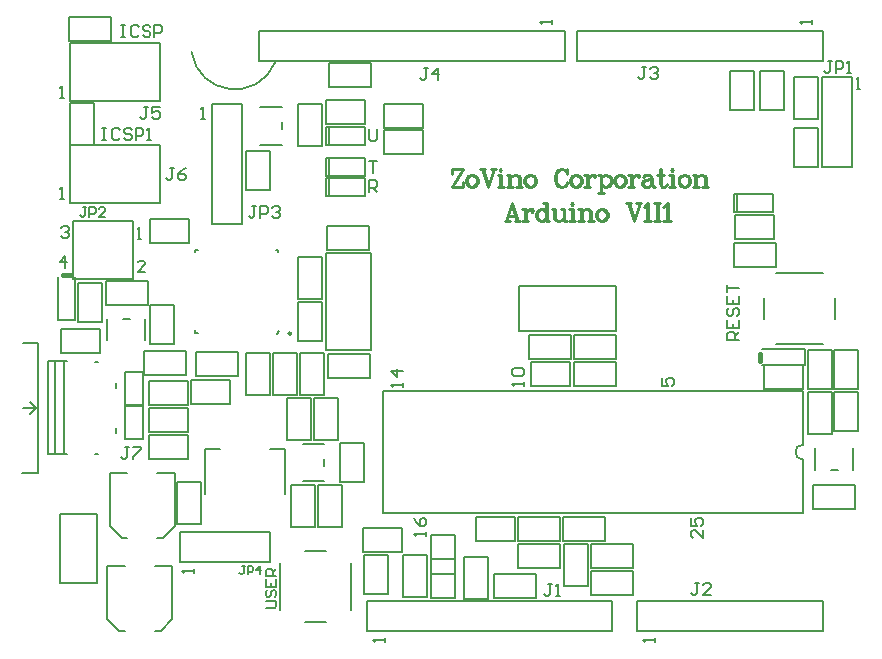
<source format=gto>
G04 Layer_Color=65535*
%FSLAX44Y44*%
%MOMM*%
G71*
G01*
G75*
%ADD33C,0.2000*%
%ADD35C,0.4000*%
%ADD51C,0.2540*%
%ADD52C,0.2500*%
D33*
X633350Y170180D02*
G03*
X633350Y157480I0J-6350D01*
G01*
X115821Y502435D02*
G03*
X186460Y493547I36579J5565D01*
G01*
X2750Y276000D02*
Y312000D01*
Y276000D02*
X16750D01*
Y312000D01*
X599000Y251250D02*
X635000D01*
Y237250D02*
Y251250D01*
X599000Y237250D02*
X635000D01*
X228160Y212220D02*
Y247780D01*
X207840Y212220D02*
X228160D01*
X207840D02*
Y247780D01*
X228160D01*
X184840Y212220D02*
X205160D01*
Y247780D01*
X184840D02*
X205160D01*
X184840Y212220D02*
Y247780D01*
X226160Y293220D02*
Y328780D01*
X205840Y293220D02*
X226160D01*
X205840D02*
Y328780D01*
X226160D01*
X161840Y212220D02*
X182160D01*
Y247780D01*
X161840D02*
X182160D01*
X161840Y212220D02*
Y247780D01*
X119720Y228090D02*
X155280D01*
X119720D02*
Y248410D01*
X155280D01*
Y228090D02*
Y248410D01*
X12840Y459780D02*
X33160D01*
X12840Y424220D02*
Y459780D01*
Y424220D02*
X33160D01*
Y459780D01*
X230220Y334840D02*
X265780D01*
X230220D02*
Y355160D01*
X265780D01*
Y334840D02*
Y355160D01*
X266780Y226840D02*
Y247160D01*
X231220D02*
X266780D01*
X231220Y226840D02*
Y247160D01*
Y226840D02*
X266780D01*
X625590Y445970D02*
Y481530D01*
X645910D01*
Y445970D02*
Y481530D01*
X625590Y445970D02*
X645910D01*
X103840Y138780D02*
X124160D01*
X103840Y103220D02*
Y138780D01*
Y103220D02*
X124160D01*
Y138780D01*
X372220Y39840D02*
X407780D01*
X372220D02*
Y60160D01*
X407780D01*
Y39840D02*
Y60160D01*
X294840Y76780D02*
X315160D01*
X294840Y41220D02*
Y76780D01*
Y41220D02*
X315160D01*
Y76780D01*
X367160Y39720D02*
Y75280D01*
X346840Y39720D02*
X367160D01*
X346840D02*
Y75280D01*
X367160D01*
X575220Y320840D02*
Y341160D01*
Y320840D02*
X610780D01*
Y341160D01*
X575220D02*
X610780D01*
X12220Y511840D02*
X47780D01*
X12220D02*
Y532160D01*
X47780D01*
Y511840D02*
Y532160D01*
X232220Y472840D02*
Y493160D01*
Y472840D02*
X267780D01*
Y493160D01*
X232220D02*
X267780D01*
X454220Y65840D02*
X489780D01*
X454220D02*
Y86160D01*
X489780D01*
Y65840D02*
Y86160D01*
X439220Y219840D02*
Y240160D01*
Y219840D02*
X474780D01*
Y240160D01*
X439220D02*
X474780D01*
X392220Y65840D02*
X427780D01*
X392220D02*
Y86160D01*
X427780D01*
Y65840D02*
Y86160D01*
X392220Y88840D02*
Y109160D01*
Y88840D02*
X427780D01*
Y109160D01*
X392220D02*
X427780D01*
X430220Y88840D02*
X465780D01*
X430220D02*
Y109160D01*
X465780D01*
Y88840D02*
Y109160D01*
X401220Y242840D02*
Y263160D01*
Y242840D02*
X436780D01*
Y263160D01*
X401220D02*
X436780D01*
X439720Y242590D02*
X475280D01*
X439720D02*
Y262910D01*
X475280D01*
Y242590D02*
Y262910D01*
X205840Y423220D02*
X226160D01*
Y458780D01*
X205840D02*
X226160D01*
X205840Y423220D02*
Y458780D01*
X240160Y174220D02*
Y209780D01*
X219840Y174220D02*
X240160D01*
X219840D02*
Y209780D01*
X240160D01*
X222840Y100220D02*
X243160D01*
Y135780D01*
X222840D02*
X243160D01*
X222840Y100220D02*
Y135780D01*
X43220Y288340D02*
X78780D01*
X43220D02*
Y308660D01*
X78780D01*
Y288340D02*
Y308660D01*
X677780Y115840D02*
Y136160D01*
X642220D02*
X677780D01*
X642220Y115840D02*
Y136160D01*
Y115840D02*
X677780D01*
X75470Y249410D02*
X111030D01*
Y229090D02*
Y249410D01*
X75470Y229090D02*
X111030D01*
X75470D02*
Y249410D01*
X637840Y214780D02*
X658160D01*
X637840Y179220D02*
Y214780D01*
Y179220D02*
X658160D01*
Y214780D01*
X220160Y100220D02*
Y135780D01*
X199840Y100220D02*
X220160D01*
X199840D02*
Y135780D01*
X220160D01*
X196840Y174220D02*
X217160D01*
Y209780D01*
X196840D02*
X217160D01*
X196840Y174220D02*
Y209780D01*
X454220Y63160D02*
X489780D01*
Y42840D02*
Y63160D01*
X454220Y42840D02*
X489780D01*
X454220D02*
Y63160D01*
X430840Y50220D02*
X451160D01*
Y85780D01*
X430840D02*
X451160D01*
X430840Y50220D02*
Y85780D01*
X592160Y453490D02*
Y486510D01*
X571840D02*
X592160D01*
X571840Y453490D02*
Y486510D01*
Y453490D02*
X592160D01*
X596840D02*
X617160D01*
X596840D02*
Y486510D01*
X617160D01*
Y453490D02*
Y486510D01*
X182160Y385490D02*
Y418510D01*
X161840D02*
X182160D01*
X161840Y385490D02*
Y418510D01*
Y385490D02*
X182160D01*
X278490Y437840D02*
Y458160D01*
X311510D01*
Y437840D02*
Y458160D01*
X278490Y437840D02*
X311510D01*
X278490Y415840D02*
X311510D01*
Y436160D01*
X278490D02*
X311510D01*
X278490Y415840D02*
Y436160D01*
X115490Y204840D02*
Y225160D01*
X148510D01*
Y204840D02*
Y225160D01*
X115490Y204840D02*
X148510D01*
X80840Y255490D02*
Y288510D01*
Y255490D02*
X101160D01*
Y288510D01*
X80840D02*
X101160D01*
X113510Y340840D02*
Y361160D01*
X80490Y340840D02*
X113510D01*
X80490D02*
Y361160D01*
X113510D01*
X79490Y203840D02*
X112510D01*
Y224160D01*
X79490D02*
X112510D01*
X79490Y203840D02*
Y224160D01*
Y180840D02*
Y201160D01*
X112510D01*
Y180840D02*
Y201160D01*
X79490Y180840D02*
X112510D01*
X79490Y157840D02*
X112510D01*
Y178160D01*
X79490D02*
X112510D01*
X79490Y157840D02*
Y178160D01*
X205840Y257490D02*
X226160D01*
X205840D02*
Y290510D01*
X226160D01*
Y257490D02*
Y290510D01*
X646160Y405490D02*
Y438510D01*
X625840D02*
X646160D01*
X625840Y405490D02*
Y438510D01*
Y405490D02*
X646160D01*
X318840Y94010D02*
X339160D01*
Y60990D02*
Y94010D01*
X318840Y60990D02*
X339160D01*
X318840D02*
Y94010D01*
Y40490D02*
Y73510D01*
Y40490D02*
X339160D01*
Y73510D01*
X318840D02*
X339160D01*
X389510Y88840D02*
Y109160D01*
X356490Y88840D02*
X389510D01*
X356490D02*
Y109160D01*
X389510D01*
X600240Y217340D02*
X633260D01*
Y237660D01*
X600240D02*
X633260D01*
X600240Y217340D02*
Y237660D01*
X608510Y343840D02*
Y364160D01*
X575490Y343840D02*
X608510D01*
X575490D02*
Y364160D01*
X608510D01*
X403490Y240160D02*
X436510D01*
X403490Y219840D02*
Y240160D01*
Y219840D02*
X436510D01*
Y240160D01*
X262510Y441840D02*
Y462160D01*
X229490Y441840D02*
X262510D01*
X229490D02*
Y462160D01*
X262510D01*
X261840Y43490D02*
Y76510D01*
Y43490D02*
X282160D01*
Y76510D01*
X261840D02*
X282160D01*
X241840Y138490D02*
X262160D01*
X241840D02*
Y171510D01*
X262160D01*
Y138490D02*
Y171510D01*
X260490Y99160D02*
X293510D01*
X260490Y78840D02*
Y99160D01*
Y78840D02*
X293510D01*
Y99160D01*
X19590Y273740D02*
X39910D01*
X19590D02*
Y306760D01*
X39910D01*
Y273740D02*
Y306760D01*
X4990Y247840D02*
X38010D01*
Y268160D01*
X4990D02*
X38010D01*
X4990Y247840D02*
Y268160D01*
X659840Y250510D02*
X680160D01*
Y217490D02*
Y250510D01*
X659840Y217490D02*
X680160D01*
X659840D02*
Y250510D01*
X680160Y181490D02*
Y214510D01*
X659840D02*
X680160D01*
X659840Y181490D02*
Y214510D01*
Y181490D02*
X680160D01*
X637840Y250510D02*
X658160D01*
Y217490D02*
Y250510D01*
X637840Y217490D02*
X658160D01*
X637840D02*
Y250510D01*
X251000Y29750D02*
Y69750D01*
X191000Y29750D02*
Y69750D01*
X212000Y79750D02*
X230000D01*
X212000Y19750D02*
X230000D01*
X600750Y276500D02*
Y294500D01*
X660750Y276500D02*
Y294500D01*
X610750Y315500D02*
X650750D01*
X610750Y255500D02*
X650750D01*
X133300Y357100D02*
Y458700D01*
X158700D01*
Y357100D02*
Y458700D01*
X133300Y357100D02*
X158700D01*
X66400Y310300D02*
Y359830D01*
X15600D02*
X66400D01*
X15600Y310300D02*
Y359830D01*
Y310300D02*
X66400D01*
X649300Y405500D02*
Y481700D01*
X674700D01*
Y405500D02*
Y481700D01*
X649300Y405500D02*
X674700D01*
X105750Y95950D02*
X181950D01*
Y70550D02*
Y95950D01*
X105750Y70550D02*
X181950D01*
X105750D02*
Y95950D01*
X7370Y162000D02*
Y241000D01*
X51370Y218000D02*
Y222000D01*
Y180000D02*
Y184000D01*
X34370Y240000D02*
X36370D01*
X34370Y162000D02*
X36370D01*
X-5630Y241000D02*
X10370D01*
X-5630Y162000D02*
Y241000D01*
Y162000D02*
X10370D01*
X370D02*
Y241000D01*
X-14630Y146000D02*
Y256000D01*
X-27630Y146000D02*
X-14630D01*
X-26630Y256000D02*
X-14630D01*
X-26630Y201000D02*
X-14630D01*
X-15630D02*
X-14630D01*
X-20630Y196000D02*
X-15630Y201000D01*
X-20630Y196000D02*
X-15630Y201000D01*
X-20630Y206000D02*
X-15630Y201000D01*
X12700Y424180D02*
X88900D01*
Y374650D02*
Y424180D01*
X12700Y374650D02*
X88900D01*
X12700D02*
Y424180D01*
Y510540D02*
X88900D01*
Y461010D02*
Y510540D01*
X12700Y461010D02*
X88900D01*
X12700D02*
Y510540D01*
X431800Y495300D02*
Y510540D01*
X172720Y495300D02*
X431800D01*
X172720D02*
Y520700D01*
X187960D01*
X190500D01*
X431800D01*
Y508000D02*
Y520700D01*
X650240Y495300D02*
Y510540D01*
X442500Y520700D02*
X650240D01*
Y508000D02*
Y520700D01*
X442500Y507300D02*
Y520500D01*
Y495300D02*
Y507300D01*
Y495300D02*
X650240D01*
X492760Y22860D02*
Y38100D01*
Y12700D02*
X650240D01*
X492760D02*
Y25400D01*
Y38100D02*
X650240D01*
Y12700D02*
Y38100D01*
X264160Y22860D02*
Y38100D01*
Y12700D02*
X471900D01*
X264160D02*
Y25400D01*
X471900Y12900D02*
Y26100D01*
Y38100D01*
X264160D02*
X471900D01*
X74870Y174530D02*
Y202470D01*
X59630D02*
X74870D01*
X59630Y174530D02*
Y202470D01*
Y174530D02*
X74870D01*
X59380Y203780D02*
Y231720D01*
Y203780D02*
X74620D01*
Y231720D01*
X59380D02*
X74620D01*
X393000Y266000D02*
X475000D01*
Y304000D01*
X393000D02*
X475000D01*
X393000Y266000D02*
Y304000D01*
X230000Y250000D02*
Y332000D01*
Y250000D02*
X268000D01*
Y332000D01*
X230000D02*
X268000D01*
X657000Y149000D02*
X663000D01*
X644000D02*
Y167000D01*
X676000Y149000D02*
Y167000D01*
X57500Y276750D02*
X63500D01*
X76500Y258750D02*
Y276750D01*
X44500Y258750D02*
Y276750D01*
X228000Y152000D02*
Y158000D01*
X210000Y139000D02*
X228000D01*
X210000Y171000D02*
X228000D01*
X192000Y437000D02*
Y443000D01*
X174000Y424000D02*
X192000D01*
X174000Y456000D02*
X192000D01*
X633550Y170180D02*
Y215830D01*
Y111830D02*
Y157480D01*
X277750Y111830D02*
X633350D01*
X277750D02*
Y215830D01*
X633350D01*
X127000Y128000D02*
Y166000D01*
X140000D01*
X195000Y128000D02*
Y166000D01*
X182000D02*
X195000D01*
X189000Y333000D02*
Y335000D01*
Y333000D02*
Y335000D01*
X187000D02*
X189000D01*
X119000Y333000D02*
Y335000D01*
X121000D01*
X119000Y265000D02*
X121000D01*
X119000D02*
Y267000D01*
X188000Y264000D02*
X190000Y266000D01*
X229220Y423380D02*
X231760D01*
X229220Y438620D02*
X231760D01*
X229220Y423380D02*
Y438620D01*
X231760Y423380D02*
Y438620D01*
Y423380D02*
X262240D01*
Y438620D01*
X231760D02*
X262240D01*
X575220Y367380D02*
X577760D01*
X575220Y382620D02*
X577760D01*
X575220Y367380D02*
Y382620D01*
X577760Y367380D02*
Y382620D01*
Y367380D02*
X608240D01*
Y382620D01*
X577760D02*
X608240D01*
X229220Y380380D02*
X231760D01*
X229220Y395620D02*
X231760D01*
X229220Y380380D02*
Y395620D01*
X231760Y380380D02*
Y395620D01*
Y380380D02*
X262240D01*
Y395620D01*
X231760D02*
X262240D01*
X229220Y397380D02*
X231760D01*
X229220Y412620D02*
X231760D01*
X229220Y397380D02*
Y412620D01*
X231760Y397380D02*
Y412620D01*
Y397380D02*
X262240D01*
Y412620D01*
X231760D02*
X262240D01*
X4000Y111000D02*
X36000D01*
X4000Y53000D02*
Y111000D01*
Y53000D02*
X36000D01*
Y111000D01*
X89500Y12500D02*
X99500Y22500D01*
X84500Y12500D02*
X89500D01*
X44500Y22500D02*
X54500Y12500D01*
X59500D01*
X99500Y22500D02*
Y25000D01*
Y67500D01*
X84500D02*
X99500D01*
X44500D02*
X59500D01*
X44500Y22500D02*
Y67500D01*
X91500Y91000D02*
X101500Y101000D01*
X86500Y91000D02*
X91500D01*
X46500Y101000D02*
X56500Y91000D01*
X61500D01*
X101500Y101000D02*
Y103500D01*
Y146000D01*
X86500D02*
X101500D01*
X46500D02*
X61500D01*
X46500Y101000D02*
Y146000D01*
X266000Y436997D02*
Y428666D01*
X267666Y427000D01*
X270998D01*
X272665Y428666D01*
Y436997D01*
X266000Y409997D02*
X272665D01*
X269332D01*
Y400000D01*
X266000Y384000D02*
Y393997D01*
X270998D01*
X272665Y392331D01*
Y388998D01*
X270998Y387332D01*
X266000D01*
X269332D02*
X272665Y384000D01*
X549000Y97664D02*
Y91000D01*
X542336Y97664D01*
X540669D01*
X539003Y95998D01*
Y92666D01*
X540669Y91000D01*
X539003Y107661D02*
Y100997D01*
X544002D01*
X542336Y104329D01*
Y105995D01*
X544002Y107661D01*
X547334D01*
X549000Y105995D01*
Y102663D01*
X547334Y100997D01*
X314000Y93000D02*
Y96332D01*
Y94666D01*
X304003D01*
X305669Y93000D01*
X304003Y107995D02*
X305669Y104663D01*
X309002Y101331D01*
X312334D01*
X314000Y102997D01*
Y106329D01*
X312334Y107995D01*
X310668D01*
X309002Y106329D01*
Y101331D01*
X295000Y219000D02*
Y222332D01*
Y220666D01*
X285003D01*
X286669Y219000D01*
X295000Y232329D02*
X285003D01*
X290002Y227331D01*
Y233995D01*
X397000Y220000D02*
Y223332D01*
Y221666D01*
X387003D01*
X388669Y220000D01*
Y228331D02*
X387003Y229997D01*
Y233329D01*
X388669Y234995D01*
X395334D01*
X397000Y233329D01*
Y229997D01*
X395334Y228331D01*
X388669D01*
X514003Y226665D02*
Y220000D01*
X519002D01*
X517336Y223332D01*
Y224998D01*
X519002Y226665D01*
X522334D01*
X524000Y224998D01*
Y221666D01*
X522334Y220000D01*
X8998Y320000D02*
Y329997D01*
X4000Y324998D01*
X10664D01*
X5000Y353331D02*
X6666Y354997D01*
X9998D01*
X11665Y353331D01*
Y351665D01*
X9998Y349998D01*
X8332D01*
X9998D01*
X11665Y348332D01*
Y346666D01*
X9998Y345000D01*
X6666D01*
X5000Y346666D01*
X76665Y316000D02*
X70000D01*
X76665Y322664D01*
Y324331D01*
X74998Y325997D01*
X71666D01*
X70000Y324331D01*
X40000Y437997D02*
X43332D01*
X41666D01*
Y428000D01*
X40000D01*
X43332D01*
X54995Y436331D02*
X53329Y437997D01*
X49997D01*
X48331Y436331D01*
Y429666D01*
X49997Y428000D01*
X53329D01*
X54995Y429666D01*
X64992Y436331D02*
X63326Y437997D01*
X59994D01*
X58327Y436331D01*
Y434664D01*
X59994Y432998D01*
X63326D01*
X64992Y431332D01*
Y429666D01*
X63326Y428000D01*
X59994D01*
X58327Y429666D01*
X68324Y428000D02*
Y437997D01*
X73323D01*
X74989Y436331D01*
Y432998D01*
X73323Y431332D01*
X68324D01*
X78321Y428000D02*
X81653D01*
X79987D01*
Y437997D01*
X78321Y436331D01*
X56000Y524997D02*
X59332D01*
X57666D01*
Y515000D01*
X56000D01*
X59332D01*
X70995Y523331D02*
X69329Y524997D01*
X65997D01*
X64331Y523331D01*
Y516666D01*
X65997Y515000D01*
X69329D01*
X70995Y516666D01*
X80992Y523331D02*
X79326Y524997D01*
X75993D01*
X74327Y523331D01*
Y521665D01*
X75993Y519998D01*
X79326D01*
X80992Y518332D01*
Y516666D01*
X79326Y515000D01*
X75993D01*
X74327Y516666D01*
X84324Y515000D02*
Y524997D01*
X89323D01*
X90989Y523331D01*
Y519998D01*
X89323Y518332D01*
X84324D01*
X178503Y32000D02*
X186000D01*
X187500Y33500D01*
Y36499D01*
X186000Y37998D01*
X178503D01*
X180002Y46995D02*
X178503Y45496D01*
Y42497D01*
X180002Y40997D01*
X181502D01*
X183001Y42497D01*
Y45496D01*
X184501Y46995D01*
X186000D01*
X187500Y45496D01*
Y42497D01*
X186000Y40997D01*
X178503Y55992D02*
Y49994D01*
X187500D01*
Y55992D01*
X183001Y49994D02*
Y52993D01*
X187500Y58991D02*
X178503D01*
Y63490D01*
X180002Y64989D01*
X183001D01*
X184501Y63490D01*
Y58991D01*
Y61990D02*
X187500Y64989D01*
X579000Y259000D02*
X569003D01*
Y263998D01*
X570669Y265665D01*
X574002D01*
X575668Y263998D01*
Y259000D01*
Y262332D02*
X579000Y265665D01*
X569003Y275661D02*
Y268997D01*
X579000D01*
Y275661D01*
X574002Y268997D02*
Y272329D01*
X570669Y285658D02*
X569003Y283992D01*
Y280660D01*
X570669Y278993D01*
X572336D01*
X574002Y280660D01*
Y283992D01*
X575668Y285658D01*
X577334D01*
X579000Y283992D01*
Y280660D01*
X577334Y278993D01*
X569003Y295655D02*
Y288990D01*
X579000D01*
Y295655D01*
X574002Y288990D02*
Y292323D01*
X569003Y298987D02*
Y305652D01*
Y302319D01*
X579000D01*
X170665Y371997D02*
X167332D01*
X168998D01*
Y363666D01*
X167332Y362000D01*
X165666D01*
X164000Y363666D01*
X173997Y362000D02*
Y371997D01*
X178995D01*
X180661Y370331D01*
Y366998D01*
X178995Y365332D01*
X173997D01*
X183994Y370331D02*
X185660Y371997D01*
X188992D01*
X190658Y370331D01*
Y368665D01*
X188992Y366998D01*
X187326D01*
X188992D01*
X190658Y365332D01*
Y363666D01*
X188992Y362000D01*
X185660D01*
X183994Y363666D01*
X123500Y446000D02*
X126832D01*
X125166D01*
Y455997D01*
X123500Y454331D01*
X26582Y370997D02*
X23916D01*
X25249D01*
Y364333D01*
X23916Y363000D01*
X22583D01*
X21250Y364333D01*
X29247Y363000D02*
Y370997D01*
X33246D01*
X34579Y369664D01*
Y366999D01*
X33246Y365666D01*
X29247D01*
X42576Y363000D02*
X37245D01*
X42576Y368332D01*
Y369664D01*
X41244Y370997D01*
X38578D01*
X37245Y369664D01*
X70000Y344000D02*
X73332D01*
X71666D01*
Y353997D01*
X70000Y352331D01*
X657664Y494997D02*
X654332D01*
X655998D01*
Y486666D01*
X654332Y485000D01*
X652666D01*
X651000Y486666D01*
X660997Y485000D02*
Y494997D01*
X665995D01*
X667661Y493331D01*
Y489998D01*
X665995Y488332D01*
X660997D01*
X670994Y485000D02*
X674326D01*
X672660D01*
Y494997D01*
X670994Y493331D01*
X678750Y471500D02*
X682082D01*
X680416D01*
Y481497D01*
X678750Y479831D01*
X160915Y67248D02*
X158583D01*
X159749D01*
Y61416D01*
X158583Y60250D01*
X157416D01*
X156250Y61416D01*
X163248Y60250D02*
Y67248D01*
X166747D01*
X167913Y66082D01*
Y63749D01*
X166747Y62583D01*
X163248D01*
X173744Y60250D02*
Y67248D01*
X170245Y63749D01*
X174911D01*
X117750Y61750D02*
Y65082D01*
Y63416D01*
X107753D01*
X109419Y61750D01*
X62664Y167997D02*
X59332D01*
X60998D01*
Y159666D01*
X59332Y158000D01*
X57666D01*
X56000Y159666D01*
X65997Y167997D02*
X72661D01*
Y166331D01*
X65997Y159666D01*
Y158000D01*
X100665Y403997D02*
X97332D01*
X98998D01*
Y395666D01*
X97332Y394000D01*
X95666D01*
X94000Y395666D01*
X110661Y403997D02*
X107329Y402331D01*
X103997Y398998D01*
Y395666D01*
X105663Y394000D01*
X108995D01*
X110661Y395666D01*
Y397332D01*
X108995Y398998D01*
X103997D01*
X4750Y378500D02*
X8082D01*
X6416D01*
Y388497D01*
X4750Y386831D01*
X78664Y455997D02*
X75332D01*
X76998D01*
Y447666D01*
X75332Y446000D01*
X73666D01*
X72000Y447666D01*
X88661Y455997D02*
X81997D01*
Y450998D01*
X85329Y452664D01*
X86995D01*
X88661Y450998D01*
Y447666D01*
X86995Y446000D01*
X83663D01*
X81997Y447666D01*
X4750Y463500D02*
X8082D01*
X6416D01*
Y473497D01*
X4750Y471831D01*
X315665Y488997D02*
X312332D01*
X313998D01*
Y480666D01*
X312332Y479000D01*
X310666D01*
X309000Y480666D01*
X323995Y479000D02*
Y488997D01*
X318997Y483998D01*
X325661D01*
X421000Y526000D02*
Y529332D01*
Y527666D01*
X411003D01*
X412669Y526000D01*
X500664Y489997D02*
X497332D01*
X498998D01*
Y481666D01*
X497332Y480000D01*
X495666D01*
X494000Y481666D01*
X503997Y488331D02*
X505663Y489997D01*
X508995D01*
X510661Y488331D01*
Y486665D01*
X508995Y484998D01*
X507329D01*
X508995D01*
X510661Y483332D01*
Y481666D01*
X508995Y480000D01*
X505663D01*
X503997Y481666D01*
X641000Y526000D02*
Y529332D01*
Y527666D01*
X631003D01*
X632669Y526000D01*
X545664Y52997D02*
X542332D01*
X543998D01*
Y44666D01*
X542332Y43000D01*
X540666D01*
X539000Y44666D01*
X555661Y43000D02*
X548997D01*
X555661Y49665D01*
Y51331D01*
X553995Y52997D01*
X550663D01*
X548997Y51331D01*
X508000Y2900D02*
Y6232D01*
Y4566D01*
X498003D01*
X499669Y2900D01*
X420664Y51997D02*
X417332D01*
X418998D01*
Y43666D01*
X417332Y42000D01*
X415666D01*
X414000Y43666D01*
X423997Y42000D02*
X427329D01*
X425663D01*
Y51997D01*
X423997Y50331D01*
X279400Y2900D02*
Y6232D01*
Y4566D01*
X269403D01*
X271069Y2900D01*
D35*
X6750Y314000D02*
X12750D01*
X597000Y241250D02*
Y247250D01*
D51*
X200000Y264000D02*
G03*
X200000Y264000I-1000J0D01*
G01*
D52*
X345164Y403492D02*
X335881Y388495D01*
X345878Y403492D02*
X336595Y388495D01*
Y403492D02*
X335881Y399207D01*
Y403492D01*
X345878D01*
X335881Y388495D02*
X345878D01*
Y392780D01*
X345164Y388495D01*
X352377Y398493D02*
X350234Y397779D01*
X348806Y396350D01*
X348092Y394208D01*
Y392780D01*
X348806Y390637D01*
X350234Y389209D01*
X352377Y388495D01*
X353805D01*
X355948Y389209D01*
X357376Y390637D01*
X358090Y392780D01*
Y394208D01*
X357376Y396350D01*
X355948Y397779D01*
X353805Y398493D01*
X352377D01*
X350949Y397779D01*
X349520Y396350D01*
X348806Y394208D01*
Y392780D01*
X349520Y390637D01*
X350949Y389209D01*
X352377Y388495D01*
X353805D02*
X355233Y389209D01*
X356662Y390637D01*
X357376Y392780D01*
Y394208D01*
X356662Y396350D01*
X355233Y397779D01*
X353805Y398493D01*
X361732Y403492D02*
X366731Y388495D01*
X362446Y403492D02*
X366731Y390637D01*
X371730Y403492D02*
X366731Y388495D01*
X360304Y403492D02*
X364589D01*
X368873D02*
X373158D01*
X377229D02*
X376515Y402778D01*
X377229Y402063D01*
X377943Y402778D01*
X377229Y403492D01*
Y398493D02*
Y388495D01*
X377943Y398493D02*
Y388495D01*
X375086Y398493D02*
X377943D01*
X375086Y388495D02*
X380085D01*
X384941Y398493D02*
Y388495D01*
X385656Y398493D02*
Y388495D01*
Y396350D02*
X387084Y397779D01*
X389226Y398493D01*
X390654D01*
X392797Y397779D01*
X393511Y396350D01*
Y388495D01*
X390654Y398493D02*
X392083Y397779D01*
X392797Y396350D01*
Y388495D01*
X382799Y398493D02*
X385656D01*
X382799Y388495D02*
X387798D01*
X390654D02*
X395653D01*
X401866Y398493D02*
X399724Y397779D01*
X398296Y396350D01*
X397581Y394208D01*
Y392780D01*
X398296Y390637D01*
X399724Y389209D01*
X401866Y388495D01*
X403295D01*
X405437Y389209D01*
X406865Y390637D01*
X407579Y392780D01*
Y394208D01*
X406865Y396350D01*
X405437Y397779D01*
X403295Y398493D01*
X401866D01*
X400438Y397779D01*
X399010Y396350D01*
X398296Y394208D01*
Y392780D01*
X399010Y390637D01*
X400438Y389209D01*
X401866Y388495D01*
X403295D02*
X404723Y389209D01*
X406151Y390637D01*
X406865Y392780D01*
Y394208D01*
X406151Y396350D01*
X404723Y397779D01*
X403295Y398493D01*
X433288Y401349D02*
X434002Y399207D01*
Y403492D01*
X433288Y401349D01*
X431860Y402778D01*
X429717Y403492D01*
X428289D01*
X426147Y402778D01*
X424719Y401349D01*
X424004Y399921D01*
X423290Y397779D01*
Y394208D01*
X424004Y392066D01*
X424719Y390637D01*
X426147Y389209D01*
X428289Y388495D01*
X429717D01*
X431860Y389209D01*
X433288Y390637D01*
X434002Y392066D01*
X428289Y403492D02*
X426861Y402778D01*
X425433Y401349D01*
X424719Y399921D01*
X424004Y397779D01*
Y394208D01*
X424719Y392066D01*
X425433Y390637D01*
X426861Y389209D01*
X428289Y388495D01*
X440429Y398493D02*
X438287Y397779D01*
X436859Y396350D01*
X436145Y394208D01*
Y392780D01*
X436859Y390637D01*
X438287Y389209D01*
X440429Y388495D01*
X441858D01*
X444000Y389209D01*
X445428Y390637D01*
X446143Y392780D01*
Y394208D01*
X445428Y396350D01*
X444000Y397779D01*
X441858Y398493D01*
X440429D01*
X439001Y397779D01*
X437573Y396350D01*
X436859Y394208D01*
Y392780D01*
X437573Y390637D01*
X439001Y389209D01*
X440429Y388495D01*
X441858D02*
X443286Y389209D01*
X444714Y390637D01*
X445428Y392780D01*
Y394208D01*
X444714Y396350D01*
X443286Y397779D01*
X441858Y398493D01*
X450499D02*
Y388495D01*
X451213Y398493D02*
Y388495D01*
Y394208D02*
X451927Y396350D01*
X453355Y397779D01*
X454784Y398493D01*
X456926D01*
X457640Y397779D01*
Y397065D01*
X456926Y396350D01*
X456212Y397065D01*
X456926Y397779D01*
X448356Y398493D02*
X451213D01*
X448356Y388495D02*
X453355D01*
X462068Y398493D02*
Y383496D01*
X462782Y398493D02*
Y383496D01*
Y396350D02*
X464210Y397779D01*
X465638Y398493D01*
X467067D01*
X469209Y397779D01*
X470637Y396350D01*
X471351Y394208D01*
Y392780D01*
X470637Y390637D01*
X469209Y389209D01*
X467067Y388495D01*
X465638D01*
X464210Y389209D01*
X462782Y390637D01*
X467067Y398493D02*
X468495Y397779D01*
X469923Y396350D01*
X470637Y394208D01*
Y392780D01*
X469923Y390637D01*
X468495Y389209D01*
X467067Y388495D01*
X459925Y398493D02*
X462782D01*
X459925Y383496D02*
X464924D01*
X477707Y398493D02*
X475565Y397779D01*
X474137Y396350D01*
X473422Y394208D01*
Y392780D01*
X474137Y390637D01*
X475565Y389209D01*
X477707Y388495D01*
X479135D01*
X481278Y389209D01*
X482706Y390637D01*
X483420Y392780D01*
Y394208D01*
X482706Y396350D01*
X481278Y397779D01*
X479135Y398493D01*
X477707D01*
X476279Y397779D01*
X474851Y396350D01*
X474137Y394208D01*
Y392780D01*
X474851Y390637D01*
X476279Y389209D01*
X477707Y388495D01*
X479135D02*
X480564Y389209D01*
X481992Y390637D01*
X482706Y392780D01*
Y394208D01*
X481992Y396350D01*
X480564Y397779D01*
X479135Y398493D01*
X487776D02*
Y388495D01*
X488491Y398493D02*
Y388495D01*
Y394208D02*
X489205Y396350D01*
X490633Y397779D01*
X492061Y398493D01*
X494204D01*
X494918Y397779D01*
Y397065D01*
X494204Y396350D01*
X493489Y397065D01*
X494204Y397779D01*
X485634Y398493D02*
X488491D01*
X485634Y388495D02*
X490633D01*
X498631Y397065D02*
Y396350D01*
X497917D01*
Y397065D01*
X498631Y397779D01*
X500060Y398493D01*
X502916D01*
X504344Y397779D01*
X505058Y397065D01*
X505773Y395636D01*
Y390637D01*
X506487Y389209D01*
X507201Y388495D01*
X505058Y397065D02*
Y390637D01*
X505773Y389209D01*
X507201Y388495D01*
X507915D01*
X505058Y395636D02*
X504344Y394922D01*
X500060Y394208D01*
X497917Y393494D01*
X497203Y392066D01*
Y390637D01*
X497917Y389209D01*
X500060Y388495D01*
X502202D01*
X503630Y389209D01*
X505058Y390637D01*
X500060Y394208D02*
X498631Y393494D01*
X497917Y392066D01*
Y390637D01*
X498631Y389209D01*
X500060Y388495D01*
X514342D02*
X513628Y389209D01*
X512914Y391352D01*
Y403492D01*
X512200D01*
Y391352D01*
X512914Y389209D01*
X514342Y388495D01*
X515770D01*
X517199Y389209D01*
X517913Y390637D01*
X510057Y398493D02*
X515770D01*
X522483Y403492D02*
X521769Y402778D01*
X522483Y402063D01*
X523197Y402778D01*
X522483Y403492D01*
Y398493D02*
Y388495D01*
X523197Y398493D02*
Y388495D01*
X520341Y398493D02*
X523197D01*
X520341Y388495D02*
X525340D01*
X532338Y398493D02*
X530196Y397779D01*
X528768Y396350D01*
X528054Y394208D01*
Y392780D01*
X528768Y390637D01*
X530196Y389209D01*
X532338Y388495D01*
X533767D01*
X535909Y389209D01*
X537337Y390637D01*
X538051Y392780D01*
Y394208D01*
X537337Y396350D01*
X535909Y397779D01*
X533767Y398493D01*
X532338D01*
X530910Y397779D01*
X529482Y396350D01*
X528768Y394208D01*
Y392780D01*
X529482Y390637D01*
X530910Y389209D01*
X532338Y388495D01*
X533767D02*
X535195Y389209D01*
X536623Y390637D01*
X537337Y392780D01*
Y394208D01*
X536623Y396350D01*
X535195Y397779D01*
X533767Y398493D01*
X542407D02*
Y388495D01*
X543122Y398493D02*
Y388495D01*
Y396350D02*
X544550Y397779D01*
X546692Y398493D01*
X548121D01*
X550263Y397779D01*
X550977Y396350D01*
Y388495D01*
X548121Y398493D02*
X549549Y397779D01*
X550263Y396350D01*
Y388495D01*
X540265Y398493D02*
X543122D01*
X540265Y388495D02*
X545264D01*
X548121D02*
X553120D01*
X387298Y374497D02*
X382299Y359500D01*
X387298Y374497D02*
X392297Y359500D01*
X387298Y372354D02*
X391583Y359500D01*
X383727Y363785D02*
X390154D01*
X380871Y359500D02*
X385156D01*
X389440D02*
X393725D01*
X397796Y369498D02*
Y359500D01*
X398510Y369498D02*
Y359500D01*
Y365213D02*
X399224Y367355D01*
X400652Y368784D01*
X402080Y369498D01*
X404223D01*
X404937Y368784D01*
Y368069D01*
X404223Y367355D01*
X403509Y368069D01*
X404223Y368784D01*
X395653Y369498D02*
X398510D01*
X395653Y359500D02*
X400652D01*
X415792Y374497D02*
Y359500D01*
X416506Y374497D02*
Y359500D01*
X415792Y367355D02*
X414364Y368784D01*
X412935Y369498D01*
X411507D01*
X409365Y368784D01*
X407936Y367355D01*
X407222Y365213D01*
Y363785D01*
X407936Y361642D01*
X409365Y360214D01*
X411507Y359500D01*
X412935D01*
X414364Y360214D01*
X415792Y361642D01*
X411507Y369498D02*
X410079Y368784D01*
X408651Y367355D01*
X407936Y365213D01*
Y363785D01*
X408651Y361642D01*
X410079Y360214D01*
X411507Y359500D01*
X413649Y374497D02*
X416506D01*
X415792Y359500D02*
X418648D01*
X422862Y369498D02*
Y361642D01*
X423576Y360214D01*
X425718Y359500D01*
X427147D01*
X429289Y360214D01*
X430717Y361642D01*
X423576Y369498D02*
Y361642D01*
X424290Y360214D01*
X425718Y359500D01*
X430717Y369498D02*
Y359500D01*
X431431Y369498D02*
Y359500D01*
X420719Y369498D02*
X423576D01*
X428575D02*
X431431D01*
X430717Y359500D02*
X433574D01*
X437644Y374497D02*
X436930Y373783D01*
X437644Y373069D01*
X438358Y373783D01*
X437644Y374497D01*
Y369498D02*
Y359500D01*
X438358Y369498D02*
Y359500D01*
X435502Y369498D02*
X438358D01*
X435502Y359500D02*
X440501D01*
X445357Y369498D02*
Y359500D01*
X446071Y369498D02*
Y359500D01*
Y367355D02*
X447499Y368784D01*
X449642Y369498D01*
X451070D01*
X453212Y368784D01*
X453927Y367355D01*
Y359500D01*
X451070Y369498D02*
X452498Y368784D01*
X453212Y367355D01*
Y359500D01*
X443215Y369498D02*
X446071D01*
X443215Y359500D02*
X448214D01*
X451070D02*
X456069D01*
X462282Y369498D02*
X460140Y368784D01*
X458711Y367355D01*
X457997Y365213D01*
Y363785D01*
X458711Y361642D01*
X460140Y360214D01*
X462282Y359500D01*
X463710D01*
X465853Y360214D01*
X467281Y361642D01*
X467995Y363785D01*
Y365213D01*
X467281Y367355D01*
X465853Y368784D01*
X463710Y369498D01*
X462282D01*
X460854Y368784D01*
X459425Y367355D01*
X458711Y365213D01*
Y363785D01*
X459425Y361642D01*
X460854Y360214D01*
X462282Y359500D01*
X463710D02*
X465138Y360214D01*
X466567Y361642D01*
X467281Y363785D01*
Y365213D01*
X466567Y367355D01*
X465138Y368784D01*
X463710Y369498D01*
X485134Y374497D02*
X490133Y359500D01*
X485848Y374497D02*
X490133Y361642D01*
X495132Y374497D02*
X490133Y359500D01*
X483706Y374497D02*
X487991D01*
X492275D02*
X496560D01*
X498488Y371640D02*
X499917Y372354D01*
X502059Y374497D01*
Y359500D01*
X501345Y373783D02*
Y359500D01*
X498488D02*
X504916D01*
X509629Y374497D02*
Y359500D01*
X510343Y374497D02*
Y359500D01*
X507486Y374497D02*
X512485D01*
X507486Y359500D02*
X512485D01*
X515199Y371640D02*
X516627Y372354D01*
X518770Y374497D01*
Y359500D01*
X518056Y373783D02*
Y359500D01*
X515199D02*
X521626D01*
M02*

</source>
